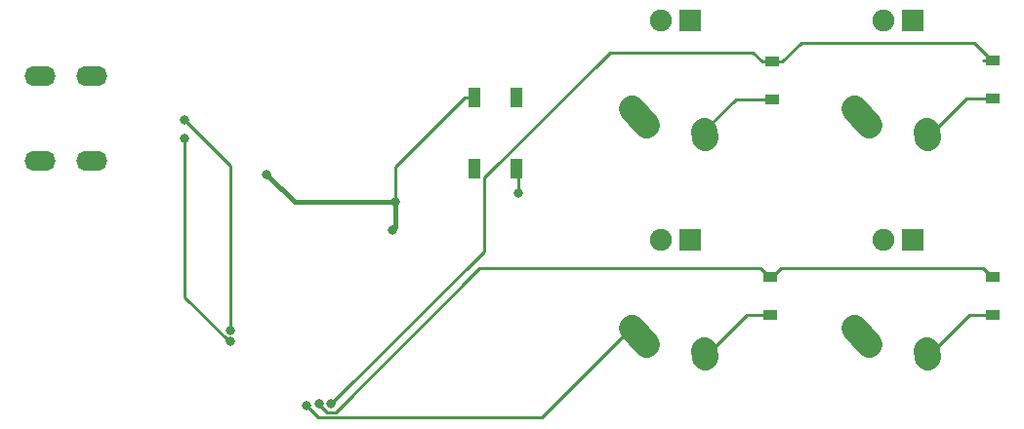
<source format=gbl>
G04 #@! TF.GenerationSoftware,KiCad,Pcbnew,(5.1.4)-1*
G04 #@! TF.CreationDate,2020-10-27T18:56:57+03:00*
G04 #@! TF.ProjectId,100_keyboard,3130305f-6b65-4796-926f-6172642e6b69,rev?*
G04 #@! TF.SameCoordinates,Original*
G04 #@! TF.FileFunction,Copper,L2,Bot*
G04 #@! TF.FilePolarity,Positive*
%FSLAX46Y46*%
G04 Gerber Fmt 4.6, Leading zero omitted, Abs format (unit mm)*
G04 Created by KiCad (PCBNEW (5.1.4)-1) date 2020-10-27 18:56:57*
%MOMM*%
%LPD*%
G04 APERTURE LIST*
%ADD10R,1.905000X1.905000*%
%ADD11C,1.905000*%
%ADD12C,2.250000*%
%ADD13C,2.250000*%
%ADD14O,2.700000X1.700000*%
%ADD15R,1.100000X1.800000*%
%ADD16R,1.200000X0.900000*%
%ADD17C,0.800000*%
%ADD18C,0.381000*%
%ADD19C,0.254000*%
G04 APERTURE END LIST*
D10*
X119507000Y-48514000D03*
D11*
X116967000Y-48514000D03*
D12*
X115737000Y-57594000D03*
X115082001Y-56864000D03*
D13*
X114427000Y-56134000D02*
X115737002Y-57594000D01*
D12*
X120777000Y-58674000D03*
X120757000Y-58384000D03*
D13*
X120737000Y-58094000D02*
X120777000Y-58674000D01*
D14*
X43815000Y-53373000D03*
X43815000Y-60673000D03*
X48315000Y-60673000D03*
X48315000Y-53373000D03*
D15*
X85162000Y-55193000D03*
X81462000Y-61393000D03*
X81462000Y-55193000D03*
X85162000Y-61393000D03*
D10*
X100203000Y-48514000D03*
D11*
X97663000Y-48514000D03*
D12*
X96433000Y-57594000D03*
X95778001Y-56864000D03*
D13*
X95123000Y-56134000D02*
X96433002Y-57594000D01*
D12*
X101473000Y-58674000D03*
X101453000Y-58384000D03*
D13*
X101433000Y-58094000D02*
X101473000Y-58674000D01*
D10*
X119507000Y-67564000D03*
D11*
X116967000Y-67564000D03*
D12*
X115737000Y-76644000D03*
X115082001Y-75914000D03*
D13*
X114427000Y-75184000D02*
X115737002Y-76644000D01*
D12*
X120777000Y-77724000D03*
X120757000Y-77434000D03*
D13*
X120737000Y-77144000D02*
X120777000Y-77724000D01*
D10*
X100198000Y-67560000D03*
D11*
X97658000Y-67560000D03*
D12*
X96428000Y-76640000D03*
X95773001Y-75910000D03*
D13*
X95118000Y-75180000D02*
X96428002Y-76640000D01*
D12*
X101468000Y-77720000D03*
X101448000Y-77430000D03*
D13*
X101428000Y-77140000D02*
X101468000Y-77720000D01*
D16*
X126492000Y-55244000D03*
X126492000Y-51944000D03*
X107315000Y-55371000D03*
X107315000Y-52071000D03*
X126492000Y-74040000D03*
X126492000Y-70740000D03*
X107188000Y-74040000D03*
X107188000Y-70740000D03*
D17*
X63500000Y-61912500D03*
X74612500Y-64293750D03*
X74422000Y-66675000D03*
X68072000Y-81788000D03*
X69088000Y-81788000D03*
X66929000Y-81915000D03*
X56356250Y-58737500D03*
X60325000Y-76406253D03*
X56356250Y-57150000D03*
X60325000Y-75406250D03*
X85344000Y-63500000D03*
D18*
X63500000Y-61912500D02*
X65881250Y-64293750D01*
X65881250Y-64293750D02*
X74612500Y-64293750D01*
X74612500Y-64293750D02*
X74612500Y-66484500D01*
X74612500Y-66484500D02*
X74422000Y-66675000D01*
D19*
X74612500Y-63728065D02*
X74612500Y-64293750D01*
X74612500Y-61238500D02*
X74612500Y-63728065D01*
X80658000Y-55193000D02*
X74612500Y-61238500D01*
X81462000Y-55193000D02*
X80658000Y-55193000D01*
X105148000Y-74040000D02*
X101468000Y-77720000D01*
X107188000Y-74040000D02*
X105148000Y-74040000D01*
X107338000Y-70740000D02*
X107188000Y-70740000D01*
X108042000Y-70036000D02*
X107338000Y-70740000D01*
X125638000Y-70036000D02*
X108042000Y-70036000D01*
X126342000Y-70740000D02*
X125638000Y-70036000D01*
X126492000Y-70740000D02*
X126342000Y-70740000D01*
X68072000Y-81847962D02*
X68072000Y-81788000D01*
X107188000Y-70740000D02*
X107038000Y-70740000D01*
X107038000Y-70740000D02*
X106334000Y-70036000D01*
X106334000Y-70036000D02*
X81915962Y-70036000D01*
X81915962Y-70036000D02*
X69436961Y-82515001D01*
X69436961Y-82515001D02*
X68739039Y-82515001D01*
X68739039Y-82515001D02*
X68072000Y-81847962D01*
X121357000Y-77144000D02*
X120737000Y-77144000D01*
X124461000Y-74040000D02*
X121357000Y-77144000D01*
X126492000Y-74040000D02*
X124461000Y-74040000D01*
X104156000Y-55371000D02*
X107315000Y-55371000D01*
X101433000Y-58094000D02*
X104156000Y-55371000D01*
X126492000Y-51944000D02*
X125638000Y-51944000D01*
X126342000Y-51944000D02*
X124817000Y-50419000D01*
X126492000Y-51944000D02*
X126342000Y-51944000D01*
X108169000Y-52071000D02*
X107315000Y-52071000D01*
X109821000Y-50419000D02*
X108169000Y-52071000D01*
X124817000Y-50419000D02*
X109821000Y-50419000D01*
X106461000Y-52071000D02*
X105663099Y-51273099D01*
X69487999Y-81388001D02*
X69088000Y-81788000D01*
X107315000Y-52071000D02*
X106461000Y-52071000D01*
X93243299Y-51273099D02*
X82339001Y-62177397D01*
X105663099Y-51273099D02*
X93243299Y-51273099D01*
X82339001Y-62177397D02*
X82339001Y-68536999D01*
X82339001Y-68536999D02*
X69487999Y-81388001D01*
X121357000Y-58094000D02*
X120737000Y-58094000D01*
X124207000Y-55244000D02*
X121357000Y-58094000D01*
X126492000Y-55244000D02*
X124207000Y-55244000D01*
X67983011Y-82969011D02*
X66929000Y-81915000D01*
X95118000Y-75180000D02*
X87328989Y-82969011D01*
X87328989Y-82969011D02*
X67983011Y-82969011D01*
X60249041Y-76406253D02*
X60325000Y-76406253D01*
X56356250Y-58737500D02*
X56356250Y-72513462D01*
X56356250Y-72513462D02*
X60249041Y-76406253D01*
X56356250Y-57150000D02*
X60325000Y-61118750D01*
X60325000Y-61118750D02*
X60325000Y-75406250D01*
X85344000Y-61575000D02*
X85162000Y-61393000D01*
X85344000Y-63500000D02*
X85344000Y-61575000D01*
M02*

</source>
